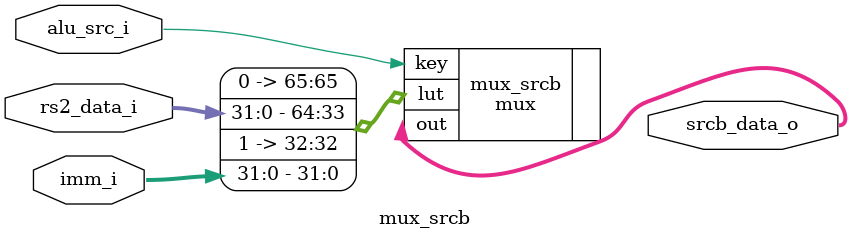
<source format=v>
module mux_srcb(
	// from ctrl_unit
	input wire alu_src_i,
	// from regs
	input wire[31:0] rs2_data_i,
	// from extend
	input wire[31:0] imm_i,
	// to alu
	output wire[31:0] srcb_data_o
);
	mux #(
		.NR_KEY(2),
		.KEY_LEN(1),
		.DATA_LEN(32)
	) mux_srcb (
		.out(srcb_data_o),
		.key(alu_src_i),
		.lut({
			1'b0, rs2_data_i,
			1'b1, imm_i
		})
	);
endmodule

</source>
